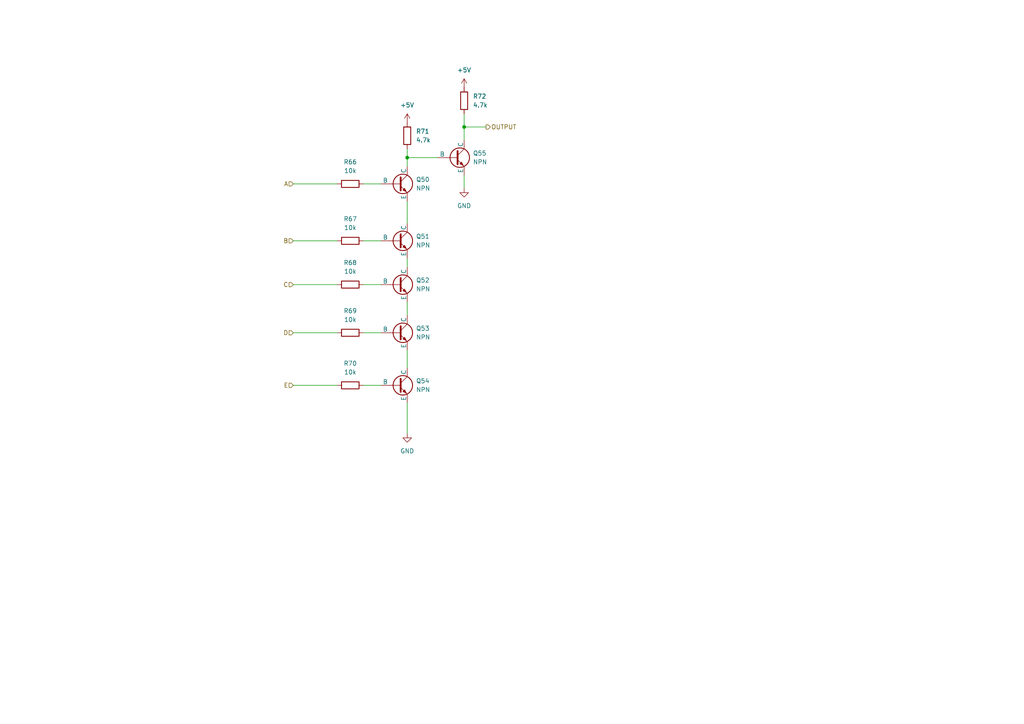
<source format=kicad_sch>
(kicad_sch (version 20231120) (generator "eeschema") (generator_version "8.0")
  (paper "A4")
  (lib_symbols
    (symbol "Device:R" (pin_numbers hide) (pin_names (offset 0))
      (property "Reference" "R" (at 2.032 0 90))
      (property "Value" "R" (at 0 0 90))
      (symbol "R_0_1"
        (rectangle (start -1.016 -2.54) (end 1.016 2.54) (stroke (width 0.254)))
      )
      (symbol "R_1_1"
        (pin passive line (at 0 3.81 270) (length 1.27) (name "~") (number "1"))
        (pin passive line (at 0 -3.81 90) (length 1.27) (name "~") (number "2"))
      )
    )
    (symbol "Simulation_SPICE:NPN" (pin_numbers hide) (pin_names (offset 0))
      (property "Reference" "Q" (at -2.54 7.62 0))
      (property "Value" "NPN" (at -2.54 5.08 0))
      (symbol "NPN_0_1"
        (polyline (pts (xy -2.54 0) (xy 0.635 0)) (stroke (width 0.1524)))
        (polyline (pts (xy 0.635 0.635) (xy 2.54 2.54)))
        (polyline (pts (xy 2.794 -1.27) (xy 2.794 -1.27)) (stroke (width 0.1524)))
        (polyline (pts (xy 2.794 -1.27) (xy 2.794 -1.27)) (stroke (width 0.1524)))
        (polyline (pts (xy 0.635 -0.635) (xy 2.54 -2.54) (xy 2.54 -2.54)))
        (polyline (pts (xy 0.635 1.905) (xy 0.635 -1.905) (xy 0.635 -1.905)) (stroke (width 0.508)))
        (polyline (pts (xy 1.27 -1.778) (xy 1.778 -1.27) (xy 2.286 -2.286) (xy 1.27 -1.778) (xy 1.27 -1.778)) (fill (type outline)))
        (circle (center 1.27 0) (radius 2.8194) (stroke (width 0.254)))
      )
      (symbol "NPN_1_1"
        (pin open_collector line (at 2.54 5.08 270) (length 2.54) (name "C") (number "1"))
        (pin input line (at -5.08 0 0) (length 2.54) (name "B") (number "2"))
        (pin open_emitter line (at 2.54 -5.08 90) (length 2.54) (name "E") (number "3"))
      )
    )
    (symbol "power:+5V" (power) (pin_numbers hide) (pin_names (offset 0) hide)
      (property "Value" "+5V" (at 0 3.556 0))
      (symbol "+5V_0_1"
        (polyline (pts (xy -0.762 1.27) (xy 0 2.54)))
        (polyline (pts (xy 0 0) (xy 0 2.54)))
        (polyline (pts (xy 0 2.54) (xy 0.762 1.27)))
      )
      (symbol "+5V_1_1"
        (pin power_in line (at 0 0 90) (length 0) (name "~") (number "1"))
      )
    )
    (symbol "power:GND" (power) (pin_numbers hide) (pin_names (offset 0) hide)
      (property "Value" "GND" (at 0 -3.81 0))
      (symbol "GND_0_1"
        (polyline (pts (xy 0 0) (xy 0 -1.27) (xy 1.27 -1.27) (xy 0 -2.54) (xy -1.27 -1.27) (xy 0 -1.27)))
      )
      (symbol "GND_1_1"
        (pin power_in line (at 0 0 270) (length 0) (name "~") (number "1"))
      )
    )
  )
  (junction (at 118.11 45.72))
  (junction (at 134.62 36.83))
  (wire (pts (xy 85.09 69.85) (xy 97.79 69.85)))
  (wire (pts (xy 85.09 82.55) (xy 97.79 82.55)))
  (wire (pts (xy 105.41 53.34) (xy 110.49 53.34)))
  (wire (pts (xy 134.62 36.83) (xy 140.97 36.83)))
  (wire (pts (xy 134.62 36.83) (xy 134.62 40.64)))
  (wire (pts (xy 85.09 53.34) (xy 97.79 53.34)))
  (wire (pts (xy 118.11 58.42) (xy 118.11 64.77)))
  (wire (pts (xy 105.41 111.76) (xy 110.49 111.76)))
  (wire (pts (xy 118.11 43.18) (xy 118.11 45.72)))
  (wire (pts (xy 118.11 106.68) (xy 118.11 101.6)))
  (wire (pts (xy 85.09 111.76) (xy 97.79 111.76)))
  (wire (pts (xy 134.62 33.02) (xy 134.62 36.83)))
  (wire (pts (xy 85.09 96.52) (xy 97.79 96.52)))
  (wire (pts (xy 118.11 87.63) (xy 118.11 91.44)))
  (wire (pts (xy 118.11 45.72) (xy 118.11 48.26)))
  (wire (pts (xy 105.41 82.55) (xy 110.49 82.55)))
  (wire (pts (xy 118.11 45.72) (xy 127 45.72)))
  (wire (pts (xy 118.11 116.84) (xy 118.11 125.73)))
  (wire (pts (xy 105.41 96.52) (xy 110.49 96.52)))
  (wire (pts (xy 118.11 74.93) (xy 118.11 77.47)))
  (wire (pts (xy 134.62 50.8) (xy 134.62 54.61)))
  (wire (pts (xy 105.41 69.85) (xy 110.49 69.85)))
  (hierarchical_label "D" (shape input) (at 85.09 96.52 180))
  (hierarchical_label "A" (shape input) (at 85.09 53.34 180))
  (hierarchical_label "C" (shape input) (at 85.09 82.55 180))
  (hierarchical_label "OUTPUT" (shape output) (at 140.97 36.83 0))
  (hierarchical_label "E" (shape input) (at 85.09 111.76 180))
  (hierarchical_label "B" (shape input) (at 85.09 69.85 180))
  (symbol (lib_id "Simulation_SPICE:NPN") (at 115.57 82.55 0) (unit 1)
    (property "Reference" "Q52" (at 120.65 81.2799 0) (effects (justify left)))
    (property "Value" "NPN" (at 120.65 83.8199 0) (effects (justify left)))
    (property "Footprint" "SOT-23-3_L2.9-W1.6-P1.90-LS2.8-BR:SOT-23-3_L2.9-W1.6-P1.90-LS2.8-BR" (effects (hide yes)))
    (property "Datasheet" "https://ngspice.sourceforge.io/docs/ngspice-html-manual/manual.xhtml#cha_BJTs" (effects (hide yes)))
    (property "Description" "Bipolar transistor symbol for simulation only, substrate tied to the emitter" (effects (hide yes)))
    (property "Sim.Device" "NPN" (effects (hide yes)))
    (property "Sim.Type" "GUMMELPOON" (effects (hide yes)))
    (property "Sim.Pins" "1=C 2=B 3=E" (effects (hide yes)))
  )
  (symbol (lib_id "power:+5V") (at 134.62 25.4 0) (unit 1)
    (property "Reference" "#PWR066" (effects (hide yes)))
    (property "Value" "+5V" (at 134.62 20.32 0))
    (property "Description" "Power symbol creates a global label with name \"+5V\"" (effects (hide yes)))
  )
  (symbol (lib_id "Device:R") (at 134.62 29.21 180) (unit 1)
    (property "Reference" "R72" (at 137.16 27.9399 0) (effects (justify right)))
    (property "Value" "4.7k" (at 137.16 30.4799 0) (effects (justify right)))
    (property "Footprint" "R0603:R0603" (effects (hide yes)))
    (property "Description" "Resistor" (effects (hide yes)))
  )
  (symbol (lib_id "Device:R") (at 101.6 96.52 90) (unit 1)
    (property "Reference" "R69" (at 101.6 90.17 90))
    (property "Value" "10k" (at 101.6 92.71 90))
    (property "Footprint" "R0603:R0603" (effects (hide yes)))
    (property "Description" "Resistor" (effects (hide yes)))
  )
  (symbol (lib_id "Simulation_SPICE:NPN") (at 132.08 45.72 0) (unit 1)
    (property "Reference" "Q55" (at 137.16 44.4499 0) (effects (justify left)))
    (property "Value" "NPN" (at 137.16 46.9899 0) (effects (justify left)))
    (property "Footprint" "SOT-23-3_L2.9-W1.6-P1.90-LS2.8-BR:SOT-23-3_L2.9-W1.6-P1.90-LS2.8-BR" (effects (hide yes)))
    (property "Datasheet" "https://ngspice.sourceforge.io/docs/ngspice-html-manual/manual.xhtml#cha_BJTs" (effects (hide yes)))
    (property "Description" "Bipolar transistor symbol for simulation only, substrate tied to the emitter" (effects (hide yes)))
    (property "Sim.Device" "NPN" (effects (hide yes)))
    (property "Sim.Type" "GUMMELPOON" (effects (hide yes)))
    (property "Sim.Pins" "1=C 2=B 3=E" (effects (hide yes)))
  )
  (symbol (lib_id "Device:R") (at 101.6 69.85 90) (unit 1)
    (property "Reference" "R67" (at 101.6 63.5 90))
    (property "Value" "10k" (at 101.6 66.04 90))
    (property "Footprint" "R0603:R0603" (effects (hide yes)))
    (property "Description" "Resistor" (effects (hide yes)))
  )
  (symbol (lib_id "power:+5V") (at 118.11 35.56 0) (unit 1)
    (property "Reference" "#PWR064" (effects (hide yes)))
    (property "Value" "+5V" (at 118.11 30.48 0))
    (property "Description" "Power symbol creates a global label with name \"+5V\"" (effects (hide yes)))
  )
  (symbol (lib_id "Simulation_SPICE:NPN") (at 115.57 111.76 0) (unit 1)
    (property "Reference" "Q54" (at 120.65 110.4899 0) (effects (justify left)))
    (property "Value" "NPN" (at 120.65 113.0299 0) (effects (justify left)))
    (property "Footprint" "SOT-23-3_L2.9-W1.6-P1.90-LS2.8-BR:SOT-23-3_L2.9-W1.6-P1.90-LS2.8-BR" (effects (hide yes)))
    (property "Datasheet" "https://ngspice.sourceforge.io/docs/ngspice-html-manual/manual.xhtml#cha_BJTs" (effects (hide yes)))
    (property "Description" "Bipolar transistor symbol for simulation only, substrate tied to the emitter" (effects (hide yes)))
    (property "Sim.Device" "NPN" (effects (hide yes)))
    (property "Sim.Type" "GUMMELPOON" (effects (hide yes)))
    (property "Sim.Pins" "1=C 2=B 3=E" (effects (hide yes)))
  )
  (symbol (lib_id "Device:R") (at 101.6 53.34 90) (unit 1)
    (property "Reference" "R66" (at 101.6 46.99 90))
    (property "Value" "10k" (at 101.6 49.53 90))
    (property "Footprint" "R0603:R0603" (effects (hide yes)))
    (property "Description" "Resistor" (effects (hide yes)))
  )
  (symbol (lib_id "Device:R") (at 101.6 111.76 90) (unit 1)
    (property "Reference" "R70" (at 101.6 105.41 90))
    (property "Value" "10k" (at 101.6 107.95 90))
    (property "Footprint" "R0603:R0603" (effects (hide yes)))
    (property "Description" "Resistor" (effects (hide yes)))
  )
  (symbol (lib_id "power:GND") (at 134.62 54.61 0) (unit 1)
    (property "Reference" "#PWR067" (effects (hide yes)))
    (property "Value" "GND" (at 134.62 59.69 0))
    (property "Description" "Power symbol creates a global label with name \"GND\" , ground" (effects (hide yes)))
  )
  (symbol (lib_id "Simulation_SPICE:NPN") (at 115.57 96.52 0) (unit 1)
    (property "Reference" "Q53" (at 120.65 95.2499 0) (effects (justify left)))
    (property "Value" "NPN" (at 120.65 97.7899 0) (effects (justify left)))
    (property "Footprint" "SOT-23-3_L2.9-W1.6-P1.90-LS2.8-BR:SOT-23-3_L2.9-W1.6-P1.90-LS2.8-BR" (effects (hide yes)))
    (property "Datasheet" "https://ngspice.sourceforge.io/docs/ngspice-html-manual/manual.xhtml#cha_BJTs" (effects (hide yes)))
    (property "Description" "Bipolar transistor symbol for simulation only, substrate tied to the emitter" (effects (hide yes)))
    (property "Sim.Device" "NPN" (effects (hide yes)))
    (property "Sim.Type" "GUMMELPOON" (effects (hide yes)))
    (property "Sim.Pins" "1=C 2=B 3=E" (effects (hide yes)))
  )
  (symbol (lib_id "Simulation_SPICE:NPN") (at 115.57 53.34 0) (unit 1)
    (property "Reference" "Q50" (at 120.65 52.0699 0) (effects (justify left)))
    (property "Value" "NPN" (at 120.65 54.6099 0) (effects (justify left)))
    (property "Footprint" "SOT-23-3_L2.9-W1.6-P1.90-LS2.8-BR:SOT-23-3_L2.9-W1.6-P1.90-LS2.8-BR" (effects (hide yes)))
    (property "Datasheet" "https://ngspice.sourceforge.io/docs/ngspice-html-manual/manual.xhtml#cha_BJTs" (effects (hide yes)))
    (property "Description" "Bipolar transistor symbol for simulation only, substrate tied to the emitter" (effects (hide yes)))
    (property "Sim.Device" "NPN" (effects (hide yes)))
    (property "Sim.Type" "GUMMELPOON" (effects (hide yes)))
    (property "Sim.Pins" "1=C 2=B 3=E" (effects (hide yes)))
  )
  (symbol (lib_id "Device:R") (at 101.6 82.55 90) (unit 1)
    (property "Reference" "R68" (at 101.6 76.2 90))
    (property "Value" "10k" (at 101.6 78.74 90))
    (property "Footprint" "R0603:R0603" (effects (hide yes)))
    (property "Description" "Resistor" (effects (hide yes)))
  )
  (symbol (lib_id "Simulation_SPICE:NPN") (at 115.57 69.85 0) (unit 1)
    (property "Reference" "Q51" (at 120.65 68.5799 0) (effects (justify left)))
    (property "Value" "NPN" (at 120.65 71.1199 0) (effects (justify left)))
    (property "Footprint" "SOT-23-3_L2.9-W1.6-P1.90-LS2.8-BR:SOT-23-3_L2.9-W1.6-P1.90-LS2.8-BR" (effects (hide yes)))
    (property "Datasheet" "https://ngspice.sourceforge.io/docs/ngspice-html-manual/manual.xhtml#cha_BJTs" (effects (hide yes)))
    (property "Description" "Bipolar transistor symbol for simulation only, substrate tied to the emitter" (effects (hide yes)))
    (property "Sim.Device" "NPN" (effects (hide yes)))
    (property "Sim.Type" "GUMMELPOON" (effects (hide yes)))
    (property "Sim.Pins" "1=C 2=B 3=E" (effects (hide yes)))
  )
  (symbol (lib_id "Device:R") (at 118.11 39.37 180) (unit 1)
    (property "Reference" "R71" (at 120.65 38.0999 0) (effects (justify right)))
    (property "Value" "4.7k" (at 120.65 40.6399 0) (effects (justify right)))
    (property "Footprint" "R0603:R0603" (effects (hide yes)))
    (property "Description" "Resistor" (effects (hide yes)))
  )
  (symbol (lib_id "power:GND") (at 118.11 125.73 0) (unit 1)
    (property "Reference" "#PWR065" (effects (hide yes)))
    (property "Value" "GND" (at 118.11 130.81 0))
    (property "Description" "Power symbol creates a global label with name \"GND\" , ground" (effects (hide yes)))
  )
)
</source>
